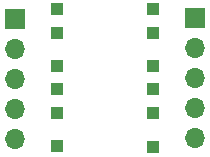
<source format=gbs>
%TF.GenerationSoftware,KiCad,Pcbnew,8.0.3*%
%TF.CreationDate,2024-07-29T06:26:45+12:00*%
%TF.ProjectId,sot23-6,736f7432-332d-4362-9e6b-696361645f70,rev?*%
%TF.SameCoordinates,Original*%
%TF.FileFunction,Soldermask,Bot*%
%TF.FilePolarity,Negative*%
%FSLAX46Y46*%
G04 Gerber Fmt 4.6, Leading zero omitted, Abs format (unit mm)*
G04 Created by KiCad (PCBNEW 8.0.3) date 2024-07-29 06:26:45*
%MOMM*%
%LPD*%
G01*
G04 APERTURE LIST*
%ADD10R,1.000000X1.000000*%
%ADD11O,1.700000X1.700000*%
%ADD12R,1.700000X1.700000*%
G04 APERTURE END LIST*
D10*
%TO.C,TP105*%
X95900000Y-90400000D03*
%TD*%
%TO.C,TP102*%
X95900000Y-87600000D03*
%TD*%
%TO.C,TP103*%
X104100000Y-87600000D03*
%TD*%
%TO.C,TP104*%
X104100000Y-85600000D03*
%TD*%
%TO.C,TP107*%
X95900000Y-94400000D03*
%TD*%
%TO.C,TP108*%
X104100000Y-94400000D03*
%TD*%
%TO.C,TP110*%
X104100000Y-90400000D03*
%TD*%
%TO.C,TP111*%
X95900000Y-97200000D03*
%TD*%
%TO.C,TP109*%
X104100000Y-92400000D03*
%TD*%
D11*
%TO.C,J102*%
X107620000Y-96520000D03*
X107620000Y-93980000D03*
X107620000Y-91440000D03*
X107620000Y-88900000D03*
D12*
X107620000Y-86360000D03*
%TD*%
D10*
%TO.C,TP112*%
X104100000Y-97300000D03*
%TD*%
%TO.C,TP106*%
X95900000Y-92400000D03*
%TD*%
D11*
%TO.C,J101*%
X92380000Y-96580000D03*
X92380000Y-94040000D03*
X92380000Y-91500000D03*
X92380000Y-88960000D03*
D12*
X92380000Y-86420000D03*
%TD*%
D10*
%TO.C,TP101*%
X95900000Y-85600000D03*
%TD*%
M02*

</source>
